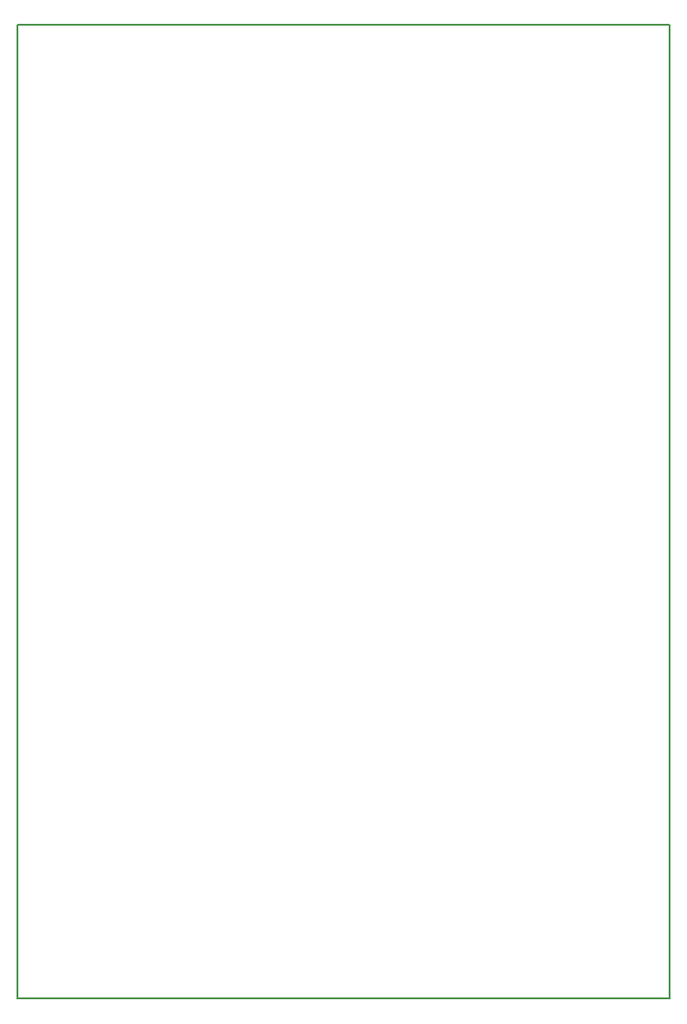
<source format=gbr>
%FSLAX44Y44*%
%OFA0.0000B0.0000*%
%SFA1B1*%
%MOMM*%
%ADD13C,0.0000X0.0000*%
%ADD14C,0.2032X0.0000*%
%LNPaste Top*%
%LPD*%
G54D10*
G54D14*
X-1000Y999000D2*
X-1000Y100000D1*
X602000Y999000D2*
X-1000Y999000D1*
X602000Y100000D2*
X602000Y999000D1*
X-1000Y100000D2*
X602000Y100000D1*
M02*

</source>
